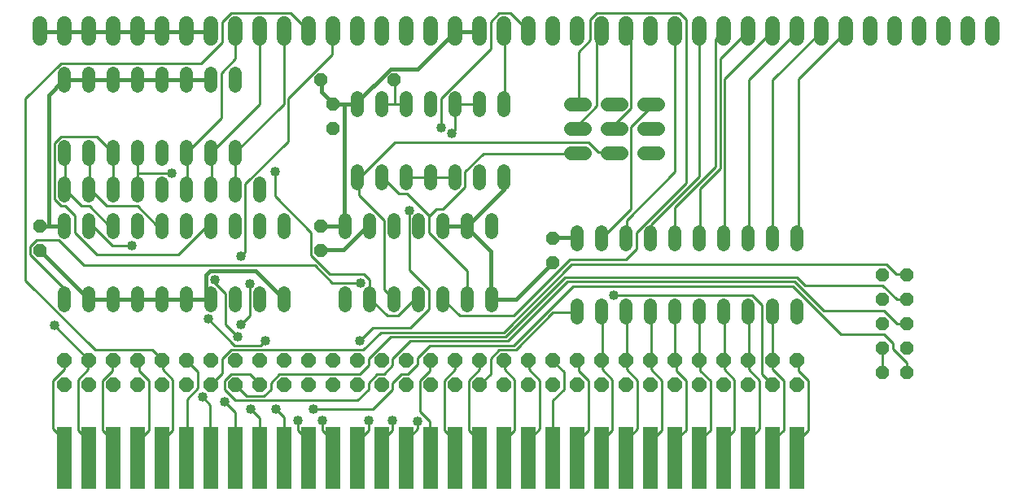
<source format=gtl>
G75*
%MOIN*%
%OFA0B0*%
%FSLAX24Y24*%
%IPPOS*%
%LPD*%
%AMOC8*
5,1,8,0,0,1.08239X$1,22.5*
%
%ADD10R,0.0600X0.2550*%
%ADD11OC8,0.0520*%
%ADD12OC8,0.0600*%
%ADD13C,0.0520*%
%ADD14C,0.0600*%
%ADD15C,0.0560*%
%ADD16OC8,0.0560*%
%ADD17C,0.0100*%
%ADD18C,0.0400*%
%ADD19C,0.0160*%
D10*
X002180Y001940D03*
X003180Y001940D03*
X004180Y001940D03*
X005180Y001940D03*
X006180Y001940D03*
X007180Y001940D03*
X008180Y001940D03*
X009180Y001940D03*
X010180Y001940D03*
X011180Y001940D03*
X012180Y001940D03*
X013180Y001940D03*
X014180Y001940D03*
X015180Y001940D03*
X016180Y001940D03*
X017180Y001940D03*
X018180Y001940D03*
X019180Y001940D03*
X020180Y001940D03*
X021180Y001940D03*
X022180Y001940D03*
X023180Y001940D03*
X024180Y001940D03*
X025180Y001940D03*
X026180Y001940D03*
X027180Y001940D03*
X028180Y001940D03*
X029180Y001940D03*
X030180Y001940D03*
X031180Y001940D03*
X032180Y001940D03*
D11*
X022180Y009940D03*
X022180Y010940D03*
X013180Y015440D03*
X013180Y016440D03*
X012680Y017440D03*
X015680Y017440D03*
X012680Y011440D03*
X012680Y010440D03*
X001180Y010440D03*
X001180Y011440D03*
D12*
X002180Y005940D03*
X003180Y005940D03*
X004180Y005940D03*
X005180Y005940D03*
X006180Y005940D03*
X007180Y005940D03*
X008180Y005940D03*
X009180Y005940D03*
X010180Y005940D03*
X011180Y005940D03*
X012180Y005940D03*
X013180Y005940D03*
X014180Y005940D03*
X015180Y005940D03*
X016180Y005940D03*
X017180Y005940D03*
X018180Y005940D03*
X019180Y005940D03*
X020180Y005940D03*
X021180Y005940D03*
X022180Y005940D03*
X023180Y005940D03*
X024180Y005940D03*
X025180Y005940D03*
X026180Y005940D03*
X027180Y005940D03*
X028180Y005940D03*
X029180Y005940D03*
X030180Y005940D03*
X031180Y005940D03*
X032180Y005940D03*
X032180Y004940D03*
X031180Y004940D03*
X030180Y004940D03*
X029180Y004940D03*
X028180Y004940D03*
X027180Y004940D03*
X026180Y004940D03*
X025180Y004940D03*
X024180Y004940D03*
X023180Y004940D03*
X022180Y004940D03*
X021180Y004940D03*
X020180Y004940D03*
X019180Y004940D03*
X018180Y004940D03*
X017180Y004940D03*
X016180Y004940D03*
X015180Y004940D03*
X014180Y004940D03*
X013180Y004940D03*
X012180Y004940D03*
X011180Y004940D03*
X010180Y004940D03*
X009180Y004940D03*
X008180Y004940D03*
X007180Y004940D03*
X006180Y004940D03*
X005180Y004940D03*
X004180Y004940D03*
X003180Y004940D03*
X002180Y004940D03*
D13*
X002180Y008180D02*
X002180Y008700D01*
X003180Y008700D02*
X003180Y008180D01*
X004180Y008180D02*
X004180Y008700D01*
X005180Y008700D02*
X005180Y008180D01*
X006180Y008180D02*
X006180Y008700D01*
X007180Y008700D02*
X007180Y008180D01*
X008180Y008180D02*
X008180Y008700D01*
X009180Y008700D02*
X009180Y008180D01*
X010180Y008180D02*
X010180Y008700D01*
X011180Y008700D02*
X011180Y008180D01*
X013680Y008180D02*
X013680Y008700D01*
X014680Y008700D02*
X014680Y008180D01*
X015680Y008180D02*
X015680Y008700D01*
X016680Y008700D02*
X016680Y008180D01*
X017680Y008180D02*
X017680Y008700D01*
X018680Y008700D02*
X018680Y008180D01*
X019680Y008180D02*
X019680Y008700D01*
X023180Y008200D02*
X023180Y007680D01*
X024180Y007680D02*
X024180Y008200D01*
X025180Y008200D02*
X025180Y007680D01*
X026180Y007680D02*
X026180Y008200D01*
X027180Y008200D02*
X027180Y007680D01*
X028180Y007680D02*
X028180Y008200D01*
X029180Y008200D02*
X029180Y007680D01*
X030180Y007680D02*
X030180Y008200D01*
X031180Y008200D02*
X031180Y007680D01*
X032180Y007680D02*
X032180Y008200D01*
X032180Y010680D02*
X032180Y011200D01*
X031180Y011200D02*
X031180Y010680D01*
X030180Y010680D02*
X030180Y011200D01*
X029180Y011200D02*
X029180Y010680D01*
X028180Y010680D02*
X028180Y011200D01*
X027180Y011200D02*
X027180Y010680D01*
X026180Y010680D02*
X026180Y011200D01*
X025180Y011200D02*
X025180Y010680D01*
X024180Y010680D02*
X024180Y011200D01*
X023180Y011200D02*
X023180Y010680D01*
X019680Y011180D02*
X019680Y011700D01*
X018680Y011700D02*
X018680Y011180D01*
X017680Y011180D02*
X017680Y011700D01*
X016680Y011700D02*
X016680Y011180D01*
X015680Y011180D02*
X015680Y011700D01*
X014680Y011700D02*
X014680Y011180D01*
X013680Y011180D02*
X013680Y011700D01*
X011180Y011700D02*
X011180Y011180D01*
X010180Y011180D02*
X010180Y011700D01*
X009180Y011700D02*
X009180Y011180D01*
X008180Y011180D02*
X008180Y011700D01*
X007180Y011700D02*
X007180Y011180D01*
X006180Y011180D02*
X006180Y011700D01*
X005180Y011700D02*
X005180Y011180D01*
X004180Y011180D02*
X004180Y011700D01*
X003180Y011700D02*
X003180Y011180D01*
X002180Y011180D02*
X002180Y011700D01*
X002180Y012680D02*
X002180Y013200D01*
X003180Y013200D02*
X003180Y012680D01*
X004180Y012680D02*
X004180Y013200D01*
X005180Y013200D02*
X005180Y012680D01*
X006180Y012680D02*
X006180Y013200D01*
X007180Y013200D02*
X007180Y012680D01*
X008180Y012680D02*
X008180Y013200D01*
X009180Y013200D02*
X009180Y012680D01*
X010180Y012680D02*
X010180Y013200D01*
X009180Y014180D02*
X009180Y014700D01*
X008180Y014700D02*
X008180Y014180D01*
X007180Y014180D02*
X007180Y014700D01*
X006180Y014700D02*
X006180Y014180D01*
X005180Y014180D02*
X005180Y014700D01*
X004180Y014700D02*
X004180Y014180D01*
X003180Y014180D02*
X003180Y014700D01*
X002180Y014700D02*
X002180Y014180D01*
X002180Y017180D02*
X002180Y017700D01*
X003180Y017700D02*
X003180Y017180D01*
X004180Y017180D02*
X004180Y017700D01*
X005180Y017700D02*
X005180Y017180D01*
X006180Y017180D02*
X006180Y017700D01*
X007180Y017700D02*
X007180Y017180D01*
X008180Y017180D02*
X008180Y017700D01*
X009180Y017700D02*
X009180Y017180D01*
X014180Y016700D02*
X014180Y016180D01*
X015180Y016180D02*
X015180Y016700D01*
X016180Y016700D02*
X016180Y016180D01*
X017180Y016180D02*
X017180Y016700D01*
X018180Y016700D02*
X018180Y016180D01*
X019180Y016180D02*
X019180Y016700D01*
X020180Y016700D02*
X020180Y016180D01*
X020180Y013700D02*
X020180Y013180D01*
X019180Y013180D02*
X019180Y013700D01*
X018180Y013700D02*
X018180Y013180D01*
X017180Y013180D02*
X017180Y013700D01*
X016180Y013700D02*
X016180Y013180D01*
X015180Y013180D02*
X015180Y013700D01*
X014180Y013700D02*
X014180Y013180D01*
D14*
X014180Y019140D02*
X014180Y019740D01*
X013180Y019740D02*
X013180Y019140D01*
X012180Y019140D02*
X012180Y019740D01*
X011180Y019740D02*
X011180Y019140D01*
X010180Y019140D02*
X010180Y019740D01*
X009180Y019740D02*
X009180Y019140D01*
X008180Y019140D02*
X008180Y019740D01*
X007180Y019740D02*
X007180Y019140D01*
X006180Y019140D02*
X006180Y019740D01*
X005180Y019740D02*
X005180Y019140D01*
X004180Y019140D02*
X004180Y019740D01*
X003180Y019740D02*
X003180Y019140D01*
X002180Y019140D02*
X002180Y019740D01*
X001180Y019740D02*
X001180Y019140D01*
X015180Y019140D02*
X015180Y019740D01*
X016180Y019740D02*
X016180Y019140D01*
X017180Y019140D02*
X017180Y019740D01*
X018180Y019740D02*
X018180Y019140D01*
X019180Y019140D02*
X019180Y019740D01*
X020180Y019740D02*
X020180Y019140D01*
X021180Y019140D02*
X021180Y019740D01*
X022180Y019740D02*
X022180Y019140D01*
X023180Y019140D02*
X023180Y019740D01*
X024180Y019740D02*
X024180Y019140D01*
X025180Y019140D02*
X025180Y019740D01*
X026180Y019740D02*
X026180Y019140D01*
X027180Y019140D02*
X027180Y019740D01*
X028180Y019740D02*
X028180Y019140D01*
X029180Y019140D02*
X029180Y019740D01*
X030180Y019740D02*
X030180Y019140D01*
X031180Y019140D02*
X031180Y019740D01*
X032180Y019740D02*
X032180Y019140D01*
X033180Y019140D02*
X033180Y019740D01*
X034180Y019740D02*
X034180Y019140D01*
X035180Y019140D02*
X035180Y019740D01*
X036180Y019740D02*
X036180Y019140D01*
X037180Y019140D02*
X037180Y019740D01*
X038180Y019740D02*
X038180Y019140D01*
X039180Y019140D02*
X039180Y019740D01*
X040180Y019740D02*
X040180Y019140D01*
D15*
X026460Y016440D02*
X025900Y016440D01*
X024960Y016440D02*
X024400Y016440D01*
X023460Y016440D02*
X022900Y016440D01*
X022900Y015440D02*
X023460Y015440D01*
X024400Y015440D02*
X024960Y015440D01*
X025900Y015440D02*
X026460Y015440D01*
X026460Y014440D02*
X025900Y014440D01*
X024960Y014440D02*
X024400Y014440D01*
X023460Y014440D02*
X022900Y014440D01*
D16*
X035680Y009440D03*
X036680Y009440D03*
X036680Y008440D03*
X035680Y008440D03*
X035680Y007440D03*
X036680Y007440D03*
X036680Y006440D03*
X035680Y006440D03*
X035680Y005440D03*
X036680Y005440D03*
D17*
X002180Y001940D02*
X002160Y001960D01*
X002160Y002680D01*
X001710Y003130D01*
X001710Y005110D01*
X002160Y005560D01*
X002160Y005920D01*
X002180Y005940D01*
X002745Y005155D02*
X003150Y005560D01*
X003150Y005920D01*
X003180Y005940D01*
X003150Y005965D01*
X001755Y007360D01*
X003420Y006370D02*
X005760Y006370D01*
X006165Y005965D01*
X006180Y005940D01*
X006210Y005920D01*
X006210Y005560D01*
X006615Y005155D01*
X006615Y003085D01*
X006210Y002680D01*
X006210Y001960D01*
X006180Y001940D01*
X005220Y001960D02*
X005180Y001940D01*
X005220Y001960D02*
X005220Y002680D01*
X005625Y003085D01*
X005625Y005110D01*
X005220Y005515D01*
X005220Y005920D01*
X005180Y005940D01*
X004180Y005940D02*
X004140Y005920D01*
X004140Y005515D01*
X003735Y005110D01*
X003735Y003085D01*
X004140Y002680D01*
X004140Y001960D01*
X004180Y001940D01*
X003180Y001940D02*
X003150Y001960D01*
X003150Y002680D01*
X002745Y003085D01*
X002745Y005155D01*
X003420Y006370D02*
X000585Y009205D01*
X000585Y016675D01*
X002025Y018115D01*
X007785Y018115D01*
X008640Y018970D01*
X008640Y019825D01*
X009000Y020185D01*
X011430Y020185D01*
X012150Y019465D01*
X012180Y019440D01*
X011180Y019440D02*
X011160Y019420D01*
X011160Y016450D01*
X009180Y014470D01*
X009180Y014440D01*
X009180Y012940D01*
X009585Y013165D02*
X009585Y010375D01*
X009405Y010195D01*
X008325Y009250D02*
X008325Y009115D01*
X008775Y008665D01*
X008775Y007405D01*
X009270Y006910D01*
X009135Y006550D02*
X010215Y006550D01*
X010395Y006730D01*
X009135Y006550D02*
X008055Y007630D01*
X009405Y007405D02*
X009765Y007765D01*
X009765Y009070D01*
X012420Y009835D02*
X013140Y009115D01*
X014310Y009115D01*
X014670Y009250D02*
X014445Y009475D01*
X013050Y009475D01*
X012285Y010240D01*
X012285Y011185D01*
X010800Y012670D01*
X010800Y013660D01*
X009585Y013165D02*
X011340Y014920D01*
X011340Y016675D01*
X013140Y018475D01*
X013140Y019420D01*
X013180Y019440D01*
X010180Y019440D02*
X010170Y019420D01*
X010170Y016450D01*
X008190Y014470D01*
X008180Y014440D01*
X008190Y014425D01*
X008190Y012940D01*
X008180Y012940D01*
X007200Y012940D02*
X007180Y012940D01*
X007200Y012940D02*
X007200Y014425D01*
X007180Y014440D01*
X007200Y014470D01*
X008595Y015865D01*
X008595Y017710D01*
X009180Y018295D01*
X009180Y019440D01*
X015180Y016440D02*
X015210Y016450D01*
X015705Y016450D01*
X015705Y017440D01*
X015680Y017440D01*
X017595Y016675D02*
X017595Y015460D01*
X018045Y015235D02*
X018180Y015370D01*
X018180Y016440D01*
X018180Y016450D01*
X019170Y016450D01*
X019180Y016440D01*
X020180Y016440D02*
X020205Y016450D01*
X020205Y019420D01*
X020180Y019440D01*
X019620Y019825D02*
X019620Y018700D01*
X017595Y016675D01*
X016180Y016440D02*
X016155Y016450D01*
X015705Y016450D01*
X015705Y014875D02*
X014265Y013435D01*
X014180Y013440D01*
X014220Y013435D01*
X014220Y012715D01*
X015255Y011680D01*
X015255Y008845D01*
X015660Y008440D01*
X015680Y008440D01*
X015840Y007765D02*
X016515Y008440D01*
X016680Y008440D01*
X017100Y008035D02*
X016335Y007270D01*
X014805Y007270D01*
X014265Y006730D01*
X014400Y006370D02*
X009000Y006370D01*
X008640Y006010D01*
X008640Y005425D01*
X008190Y004975D01*
X008180Y004940D01*
X007650Y004795D02*
X007650Y005470D01*
X007180Y005940D01*
X008730Y005110D02*
X009000Y005380D01*
X009765Y005380D01*
X010170Y004975D01*
X010180Y004940D01*
X010620Y005020D02*
X010620Y004750D01*
X010350Y004480D01*
X009630Y004480D01*
X009180Y004930D01*
X009180Y004940D01*
X008730Y005110D02*
X008730Y004750D01*
X009180Y004300D01*
X014175Y004300D01*
X014625Y004750D01*
X014625Y005020D01*
X014985Y005380D01*
X015255Y005380D01*
X015615Y005740D01*
X015615Y006010D01*
X016335Y006730D01*
X020340Y006730D01*
X022770Y009160D01*
X032085Y009160D01*
X033255Y007990D01*
X035730Y007990D01*
X036270Y007450D01*
X036675Y007450D01*
X036680Y007440D01*
X036090Y006640D02*
X035730Y007000D01*
X033975Y007000D01*
X031995Y008980D01*
X022995Y008980D01*
X020565Y006550D01*
X017145Y006550D01*
X016650Y006055D01*
X016650Y005785D01*
X016245Y005380D01*
X015975Y005380D01*
X015615Y005020D01*
X015615Y004750D01*
X014805Y003940D01*
X012375Y003940D01*
X012735Y003490D02*
X012735Y003085D01*
X013140Y002680D01*
X013140Y001960D01*
X013180Y001940D01*
X014180Y001940D02*
X014220Y001960D01*
X014220Y002680D01*
X014625Y003085D01*
X014625Y003490D01*
X015615Y003490D02*
X015615Y003085D01*
X015210Y002680D01*
X015210Y001960D01*
X015180Y001940D01*
X016180Y001940D02*
X016200Y001960D01*
X016200Y002680D01*
X016650Y003130D01*
X016650Y003445D01*
X016740Y003850D02*
X017145Y003445D01*
X017145Y001960D01*
X017180Y001940D01*
X018180Y001940D02*
X018180Y002635D01*
X017730Y003085D01*
X017730Y005110D01*
X018180Y005560D01*
X018180Y005940D01*
X017180Y005940D02*
X017145Y005920D01*
X017145Y005515D01*
X016740Y005110D01*
X016740Y003850D01*
X018720Y003085D02*
X019170Y002635D01*
X019170Y001960D01*
X019180Y001940D01*
X020180Y001940D02*
X020205Y001960D01*
X020205Y002680D01*
X020610Y003085D01*
X020610Y005155D01*
X020205Y005560D01*
X020205Y005920D01*
X020180Y005940D01*
X019980Y006370D02*
X019620Y006010D01*
X019620Y005380D01*
X019180Y004940D01*
X018720Y005110D02*
X018720Y003085D01*
X021195Y002680D02*
X021195Y001960D01*
X021180Y001940D01*
X022180Y001940D02*
X022185Y001960D01*
X022185Y004300D01*
X022635Y004750D01*
X022635Y005470D01*
X022185Y005920D01*
X022180Y005940D01*
X021195Y005920D02*
X021195Y005560D01*
X021645Y005110D01*
X021645Y003130D01*
X021195Y002680D01*
X023220Y002680D02*
X023220Y001960D01*
X023180Y001940D01*
X023220Y002680D02*
X023625Y003085D01*
X023625Y005110D01*
X023220Y005515D01*
X023220Y005920D01*
X023180Y005940D01*
X024180Y005940D02*
X024210Y005920D01*
X024210Y005560D01*
X024615Y005155D01*
X024615Y003085D01*
X024210Y002680D01*
X024210Y001960D01*
X024180Y001940D01*
X025180Y001940D02*
X025200Y001960D01*
X025200Y002680D01*
X025650Y003130D01*
X025650Y005110D01*
X025200Y005560D01*
X025200Y005920D01*
X025180Y005940D01*
X025200Y005965D01*
X025200Y007900D01*
X025180Y007940D01*
X024210Y007900D02*
X024180Y007940D01*
X024210Y007900D02*
X024210Y005965D01*
X024180Y005940D01*
X026180Y005940D02*
X026190Y005920D01*
X026190Y005560D01*
X026640Y005110D01*
X026640Y003085D01*
X026190Y002635D01*
X026190Y001960D01*
X026180Y001940D01*
X027180Y001940D02*
X027180Y002635D01*
X027630Y003085D01*
X027630Y005110D01*
X027225Y005515D01*
X027225Y005920D01*
X027180Y005940D01*
X027180Y007940D01*
X028170Y007900D02*
X028180Y007940D01*
X028170Y007900D02*
X028170Y005965D01*
X028180Y005940D01*
X028215Y005920D01*
X028215Y005515D01*
X028620Y005110D01*
X028620Y003085D01*
X028215Y002680D01*
X028215Y001960D01*
X028180Y001940D01*
X029180Y001940D02*
X029205Y001960D01*
X029205Y002680D01*
X029610Y003085D01*
X029610Y005155D01*
X029205Y005560D01*
X029205Y005920D01*
X029180Y005940D01*
X029205Y005965D01*
X029205Y007900D01*
X029180Y007940D01*
X030180Y007940D02*
X030195Y007900D01*
X030195Y005965D01*
X030180Y005940D01*
X030195Y005920D01*
X030195Y005560D01*
X030645Y005110D01*
X030645Y003130D01*
X030195Y002680D01*
X030195Y001960D01*
X030180Y001940D01*
X031180Y001940D02*
X031185Y001960D01*
X031185Y002635D01*
X031635Y003085D01*
X031635Y005110D01*
X031185Y005560D01*
X031185Y005920D01*
X031180Y005940D01*
X031185Y005965D01*
X031185Y007900D01*
X031180Y007940D01*
X030735Y008215D02*
X030735Y005380D01*
X031140Y004975D01*
X031180Y004940D01*
X032220Y005515D02*
X032625Y005110D01*
X032625Y003085D01*
X032220Y002680D01*
X032220Y001960D01*
X032180Y001940D01*
X035680Y005440D02*
X035685Y005470D01*
X035685Y006415D01*
X035680Y006440D01*
X036090Y006415D02*
X036090Y006640D01*
X036090Y006415D02*
X036675Y005830D01*
X036675Y005470D01*
X036680Y005440D01*
X032220Y005515D02*
X032220Y005920D01*
X032180Y005940D01*
X030735Y008215D02*
X030330Y008620D01*
X024660Y008620D01*
X026180Y007940D02*
X026190Y007900D01*
X026190Y005965D01*
X026180Y005940D01*
X023175Y007900D02*
X022185Y007900D01*
X020655Y006370D01*
X019980Y006370D01*
X020250Y006910D02*
X015525Y006910D01*
X014625Y006010D01*
X014625Y005740D01*
X014265Y005380D01*
X010980Y005380D01*
X010620Y005020D01*
X010845Y003940D02*
X011160Y003625D01*
X011160Y001960D01*
X011180Y001940D01*
X012150Y001960D02*
X012180Y001940D01*
X012150Y001960D02*
X012150Y002680D01*
X011745Y003085D01*
X011745Y003490D01*
X010170Y003580D02*
X009810Y003940D01*
X010170Y003580D02*
X010170Y001960D01*
X010180Y001940D01*
X009180Y001940D02*
X009180Y003805D01*
X008730Y004255D01*
X008145Y004120D02*
X007830Y004435D01*
X008145Y004120D02*
X008145Y001960D01*
X008180Y001940D01*
X007200Y001960D02*
X007180Y001940D01*
X007200Y001960D02*
X007200Y004345D01*
X007650Y004795D01*
X014400Y006370D02*
X015120Y007090D01*
X020160Y007090D01*
X022950Y009880D01*
X035820Y009880D01*
X036225Y009475D01*
X036675Y009475D01*
X036680Y009440D01*
X035685Y009025D02*
X032490Y009025D01*
X032175Y009340D01*
X022680Y009340D01*
X020250Y006910D01*
X020565Y007765D02*
X018360Y007765D01*
X017685Y008440D01*
X017680Y008440D01*
X017100Y008035D02*
X017100Y008845D01*
X016290Y009655D01*
X016290Y012085D01*
X016200Y012760D02*
X017100Y011860D01*
X017145Y011860D01*
X017415Y012130D01*
X017685Y012130D01*
X018585Y013030D01*
X018585Y013660D01*
X019350Y014425D01*
X023175Y014425D01*
X023180Y014440D01*
X023625Y014875D02*
X015705Y014875D01*
X016180Y013440D02*
X016200Y013435D01*
X017145Y013435D01*
X017180Y013440D01*
X017190Y013435D01*
X018180Y013435D01*
X018180Y013440D01*
X016200Y012760D02*
X015885Y012760D01*
X015210Y013435D01*
X015180Y013440D01*
X017100Y011860D02*
X017100Y011185D01*
X018675Y009610D01*
X018675Y008440D01*
X018680Y008440D01*
X020565Y007765D02*
X022860Y010060D01*
X025155Y010060D01*
X025605Y010510D01*
X025605Y011185D01*
X027630Y013210D01*
X027630Y019915D01*
X027360Y020185D01*
X023985Y020185D01*
X023715Y019915D01*
X023715Y019060D01*
X023220Y018565D01*
X023220Y016450D01*
X023180Y016440D01*
X023985Y016360D02*
X023985Y019240D01*
X024165Y019420D01*
X024180Y019440D01*
X025180Y019440D02*
X025380Y019240D01*
X025380Y016270D01*
X024705Y015595D01*
X024705Y015460D01*
X024680Y015440D01*
X025380Y015505D02*
X025380Y012130D01*
X024210Y010960D01*
X024180Y010940D01*
X025180Y010940D02*
X025200Y010960D01*
X025200Y011680D01*
X027180Y013660D01*
X027180Y019440D01*
X028170Y019420D02*
X028180Y019440D01*
X028170Y019420D02*
X028170Y013480D01*
X026190Y011500D01*
X026190Y010960D01*
X026180Y010940D01*
X027180Y010940D02*
X027180Y012220D01*
X028845Y013885D01*
X028845Y019105D01*
X029180Y019440D01*
X030150Y019420D02*
X030180Y019440D01*
X030150Y019420D02*
X029025Y018295D01*
X029025Y013795D01*
X028215Y012985D01*
X028215Y010960D01*
X028180Y010940D01*
X029180Y010940D02*
X029205Y010960D01*
X029205Y017485D01*
X031140Y019420D01*
X031180Y019440D01*
X032175Y019420D02*
X032180Y019440D01*
X032175Y019420D02*
X030195Y017440D01*
X030195Y010960D01*
X030180Y010940D01*
X031180Y010940D02*
X031185Y010960D01*
X031185Y017440D01*
X033165Y019420D01*
X033180Y019440D01*
X034155Y019420D02*
X034180Y019440D01*
X034155Y019420D02*
X032220Y017485D01*
X032220Y010960D01*
X032180Y010940D01*
X035685Y009025D02*
X036270Y008440D01*
X036680Y008440D01*
X024680Y014440D02*
X024660Y014470D01*
X024030Y014470D01*
X023625Y014875D01*
X023220Y015460D02*
X023180Y015440D01*
X023220Y015460D02*
X023220Y015595D01*
X023985Y016360D01*
X025380Y015505D02*
X026145Y016270D01*
X026145Y016405D01*
X026180Y016440D01*
X021180Y019440D02*
X021150Y019465D01*
X020430Y020185D01*
X019980Y020185D01*
X019620Y019825D01*
X006570Y013615D02*
X005175Y013615D01*
X005175Y012940D01*
X005180Y012940D01*
X005175Y012265D02*
X003915Y012265D01*
X003240Y012940D01*
X003180Y012940D01*
X003195Y012940D01*
X003195Y014425D01*
X003180Y014440D01*
X003510Y015100D02*
X004140Y014470D01*
X004180Y014440D01*
X004185Y014425D01*
X004185Y012940D01*
X004180Y012940D01*
X003195Y012265D02*
X002880Y012265D01*
X002205Y012940D01*
X002180Y012940D01*
X002205Y012985D01*
X002205Y014425D01*
X002180Y014440D01*
X001755Y014830D02*
X002025Y015100D01*
X003510Y015100D01*
X001755Y014830D02*
X001755Y012535D01*
X002025Y012265D01*
X002205Y012265D01*
X002610Y011860D01*
X002610Y011185D01*
X003510Y010285D01*
X006840Y010285D01*
X007965Y011410D01*
X008145Y011410D01*
X008180Y011440D01*
X006180Y011440D02*
X006165Y011455D01*
X005985Y011455D01*
X005175Y012265D01*
X004180Y011440D02*
X004140Y011455D01*
X004005Y011455D01*
X003195Y012265D01*
X003180Y011440D02*
X003195Y011410D01*
X003375Y011410D01*
X004140Y010645D01*
X004950Y010645D01*
X002970Y009835D02*
X012420Y009835D01*
X014670Y009250D02*
X014670Y008440D01*
X014680Y008440D01*
X014715Y008440D01*
X015390Y007765D01*
X015840Y007765D01*
X019170Y005920D02*
X019180Y005940D01*
X019170Y005920D02*
X019170Y005560D01*
X018720Y005110D01*
X021180Y005940D02*
X021195Y005920D01*
X023175Y007900D02*
X023180Y007940D01*
X005175Y013615D02*
X005175Y014425D01*
X005180Y014440D01*
X001935Y010870D02*
X001035Y010870D01*
X000765Y010600D01*
X000765Y010285D01*
X002160Y008890D01*
X002160Y008440D01*
X002180Y008440D01*
X002970Y009835D02*
X001935Y010870D01*
D18*
X004950Y010645D03*
X008325Y009250D03*
X009765Y009070D03*
X009405Y010195D03*
X014310Y009115D03*
X009405Y007405D03*
X009270Y006910D03*
X010395Y006730D03*
X008055Y007630D03*
X014265Y006730D03*
X012375Y003940D03*
X012735Y003490D03*
X011745Y003490D03*
X010845Y003940D03*
X009810Y003940D03*
X008730Y004255D03*
X007830Y004435D03*
X001755Y007360D03*
X006570Y013615D03*
X010800Y013660D03*
X016290Y012085D03*
X018045Y015235D03*
X017595Y015460D03*
X024660Y008620D03*
X016650Y003445D03*
X015615Y003490D03*
X014625Y003490D03*
D19*
X011180Y008440D02*
X011160Y008440D01*
X009990Y009610D01*
X008145Y009610D01*
X007965Y009430D01*
X007965Y008485D01*
X008180Y008440D01*
X007180Y008440D01*
X006180Y008440D01*
X005180Y008440D01*
X004180Y008440D01*
X003180Y008440D01*
X003150Y008485D01*
X001215Y010420D01*
X001180Y010440D01*
X001180Y011440D02*
X001215Y011455D01*
X001530Y011455D01*
X001530Y016810D01*
X002115Y017395D01*
X002180Y017440D01*
X003180Y017440D01*
X004180Y017440D01*
X005180Y017440D01*
X006180Y017440D01*
X007180Y017440D01*
X008180Y017440D01*
X008145Y019420D02*
X007245Y019420D01*
X007180Y019440D01*
X007155Y019420D01*
X006255Y019420D01*
X006180Y019440D01*
X006165Y019420D01*
X005220Y019420D01*
X005180Y019440D01*
X005175Y019420D01*
X004230Y019420D01*
X004180Y019440D01*
X004140Y019420D01*
X003240Y019420D01*
X003180Y019440D01*
X003150Y019420D01*
X002250Y019420D01*
X002180Y019440D01*
X002160Y019420D01*
X001215Y019420D01*
X001180Y019440D01*
X008145Y019420D02*
X008180Y019440D01*
X012680Y017440D02*
X012690Y017440D01*
X012690Y016945D01*
X013140Y016495D01*
X013180Y016440D01*
X013185Y016450D01*
X013635Y016450D01*
X013635Y011500D01*
X013680Y011440D01*
X013680Y011455D01*
X012690Y011455D01*
X012680Y011440D01*
X012690Y010465D02*
X012680Y010440D01*
X012690Y010465D02*
X013590Y010465D01*
X014535Y011410D01*
X014670Y011410D01*
X014680Y011440D01*
X017680Y011440D02*
X017685Y011455D01*
X018675Y011455D01*
X018680Y011440D01*
X018675Y011365D01*
X019620Y010420D01*
X019620Y008485D01*
X019680Y008440D01*
X020655Y008440D01*
X022140Y009925D01*
X022180Y009940D01*
X022180Y010940D02*
X022185Y010960D01*
X023175Y010960D01*
X023180Y010940D01*
X020160Y012940D02*
X018720Y011500D01*
X018680Y011440D01*
X020160Y012940D02*
X020160Y013435D01*
X020180Y013440D01*
X014180Y016440D02*
X014130Y016495D01*
X015525Y017890D01*
X016650Y017890D01*
X018135Y019375D01*
X018180Y019440D01*
X018180Y019420D01*
X019170Y019420D01*
X019180Y019440D01*
X014175Y016450D02*
X013635Y016450D01*
X014175Y016450D02*
X014180Y016440D01*
X002180Y011440D02*
X002160Y011455D01*
X001530Y011455D01*
M02*

</source>
